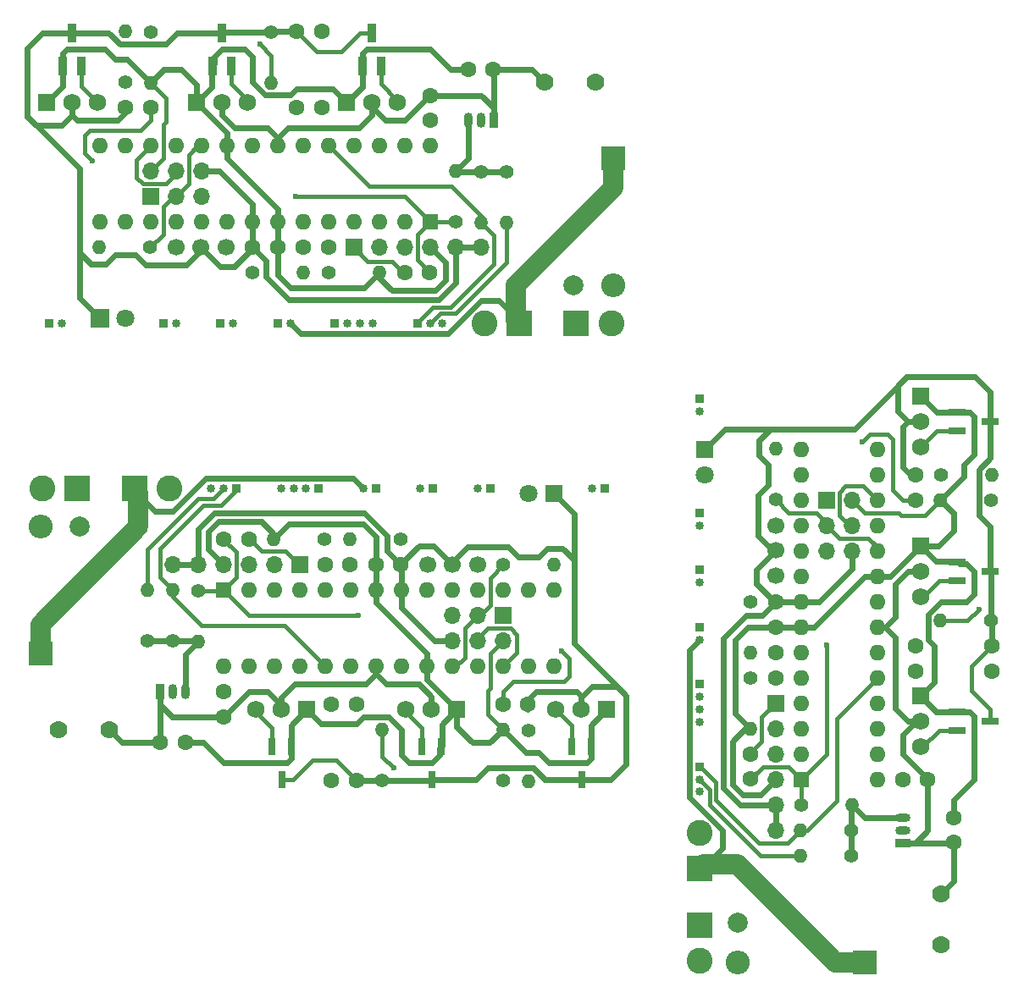
<source format=gtl>
%MOIN*%
%OFA0B0*%
%FSLAX46Y46*%
%IPPOS*%
%LPD*%
%AMREC2020*
4,1,3,
0.03444881889763779,0.0344488188976378,
-0.0344488188976378,0.03444881889763779,
-0.03444881889763779,-0.0344488188976378,
0.0344488188976378,-0.03444881889763779,
0*%
%AMREC2030*
4,1,3,
0.015748031496062988,0.035433070866141732,
-0.015748031496063,0.035433070866141732,
-0.015748031496062988,-0.035433070866141732,
0.015748031496063,-0.035433070866141732,
0*%
%AMREC2040*
4,1,3,
0.033464566929133854,0.033464566929133861,
-0.033464566929133861,0.033464566929133854,
-0.033464566929133854,-0.033464566929133861,
0.033464566929133861,-0.033464566929133854,
0*%
%AMREC2050*
4,1,3,
0.031496062992125984,0.031496062992125991,
-0.031496062992125991,0.031496062992125984,
-0.031496062992125984,-0.031496062992125991,
0.031496062992125991,-0.031496062992125984,
0*%
%AMREC2060*
4,1,3,
0.051181102362204724,0.051181102362204738,
-0.051181102362204738,0.051181102362204724,
-0.051181102362204724,-0.051181102362204738,
0.051181102362204738,-0.051181102362204724,
0*%
%AMREC2070*
4,1,3,
0.047244094488188969,0.047244094488188983,
-0.047244094488188983,0.047244094488188969,
-0.047244094488188969,-0.047244094488188983,
0.047244094488188983,-0.047244094488188969,
0*%
%AMREC2080*
4,1,3,
0.035433070866141732,0.035433070866141739,
-0.035433070866141739,0.035433070866141732,
-0.035433070866141732,-0.035433070866141739,
0.035433070866141739,-0.035433070866141732,
0*%
%AMREC2090*
4,1,3,
0.017716535433070862,0.029527559055118113,
-0.017716535433070873,0.029527559055118113,
-0.017716535433070862,-0.029527559055118113,
0.017716535433070873,-0.029527559055118113,
0*%
%AMREC2100*
4,1,3,
0.016732283464566927,0.016732283464566931,
-0.016732283464566931,0.016732283464566927,
-0.016732283464566927,-0.016732283464566931,
0.016732283464566931,-0.016732283464566927,
0*%
%ADD10C,0.0039370078740157488*%
%ADD11C,0.068897637795275593*%
%ADD12R,0.068897637795275593X0.068897637795275593*%
%ADD13R,0.031496062992125991X0.070866141732283464*%
%ADD14C,0.07874015748031496*%
%ADD15R,0.066929133858267723X0.066929133858267723*%
%ADD16O,0.066929133858267723X0.066929133858267723*%
%ADD17R,0.062992125984251982X0.062992125984251982*%
%ADD18O,0.062992125984251982X0.062992125984251982*%
%ADD19R,0.10236220472440946X0.10236220472440946*%
%ADD20C,0.10236220472440946*%
%ADD21C,0.066929133858267723*%
%ADD22R,0.094488188976377951X0.094488188976377951*%
%ADD23O,0.094488188976377951X0.094488188976377951*%
%ADD24C,0.07*%
%ADD25C,0.055118110236220472*%
%ADD26O,0.055118110236220472X0.055118110236220472*%
%ADD27C,0.062992125984251982*%
%ADD28R,0.070866141732283464X0.070866141732283464*%
%ADD29C,0.070866141732283464*%
%ADD30O,0.035433070866141732X0.059055118110236227*%
%ADD31R,0.035433070866141732X0.059055118110236227*%
%ADD32R,0.033464566929133861X0.033464566929133861*%
%ADD33C,0.033464566929133861*%
%ADD34C,0.023622047244094488*%
%ADD35C,0.016*%
%ADD36C,0.024000000000000004*%
%ADD37C,0.012000000000000002*%
%ADD38C,0.08*%
%ADD49C,0.0039370078740157488*%
%ADD50C,0.068897637795275593*%
%AMCOMP241*
4,1,3,
0.03444881889763779,0.0344488188976378,
-0.0344488188976378,0.03444881889763779,
-0.03444881889763779,-0.0344488188976378,
0.0344488188976378,-0.03444881889763779,
0*%
%ADD51COMP241*%
%AMCOMP242*
4,1,3,
0.015748031496062988,0.035433070866141732,
-0.015748031496063,0.035433070866141732,
-0.015748031496062988,-0.035433070866141732,
0.015748031496063,-0.035433070866141732,
0*%
%ADD52COMP242*%
%ADD53C,0.07874015748031496*%
%AMCOMP243*
4,1,3,
0.033464566929133854,0.033464566929133861,
-0.033464566929133861,0.033464566929133854,
-0.033464566929133854,-0.033464566929133861,
0.033464566929133861,-0.033464566929133854,
0*%
%ADD54COMP243*%
%ADD55O,0.066929133858267723X0.066929133858267723*%
%AMCOMP244*
4,1,3,
0.031496062992125984,0.031496062992125991,
-0.031496062992125991,0.031496062992125984,
-0.031496062992125984,-0.031496062992125991,
0.031496062992125991,-0.031496062992125984,
0*%
%ADD56COMP244*%
%ADD57O,0.062992125984251982X0.062992125984251982*%
%AMCOMP245*
4,1,3,
0.051181102362204724,0.051181102362204738,
-0.051181102362204738,0.051181102362204724,
-0.051181102362204724,-0.051181102362204738,
0.051181102362204738,-0.051181102362204724,
0*%
%ADD58COMP245*%
%ADD59C,0.10236220472440946*%
%ADD60C,0.066929133858267723*%
%AMCOMP246*
4,1,3,
0.047244094488188969,0.047244094488188983,
-0.047244094488188983,0.047244094488188969,
-0.047244094488188969,-0.047244094488188983,
0.047244094488188983,-0.047244094488188969,
0*%
%ADD61COMP246*%
%ADD62O,0.094488188976377951X0.094488188976377951*%
%ADD63C,0.07*%
%ADD64C,0.055118110236220472*%
%ADD65O,0.055118110236220472X0.055118110236220472*%
%ADD66C,0.062992125984251982*%
%AMCOMP247*
4,1,3,
0.035433070866141732,0.035433070866141739,
-0.035433070866141739,0.035433070866141732,
-0.035433070866141732,-0.035433070866141739,
0.035433070866141739,-0.035433070866141732,
0*%
%ADD67COMP247*%
%ADD68C,0.070866141732283464*%
%ADD69O,0.035433070866141732X0.059055118110236227*%
%AMCOMP248*
4,1,3,
0.017716535433070862,0.029527559055118113,
-0.017716535433070873,0.029527559055118113,
-0.017716535433070862,-0.029527559055118113,
0.017716535433070873,-0.029527559055118113,
0*%
%ADD70COMP248*%
%AMCOMP249*
4,1,3,
0.016732283464566927,0.016732283464566931,
-0.016732283464566931,0.016732283464566927,
-0.016732283464566927,-0.016732283464566931,
0.016732283464566931,-0.016732283464566927,
0*%
%ADD71COMP249*%
%ADD72C,0.033464566929133861*%
%ADD73C,0.023622047244094488*%
%ADD74C,0.016*%
%ADD75C,0.024000000000000004*%
%ADD76C,0.012000000000000002*%
%ADD77C,0.08*%
%ADD78C,0.0039370078740157488*%
%ADD79C,0.068897637795275593*%
%ADD80R,0.068897637795275593X0.068897637795275593*%
%ADD81R,0.070866141732283464X0.031496062992125991*%
%ADD82C,0.07874015748031496*%
%ADD83R,0.066929133858267723X0.066929133858267723*%
%ADD84O,0.066929133858267723X0.066929133858267723*%
%ADD85R,0.062992125984251982X0.062992125984251982*%
%ADD86O,0.062992125984251982X0.062992125984251982*%
%ADD87R,0.10236220472440946X0.10236220472440946*%
%ADD88C,0.10236220472440946*%
%ADD89C,0.066929133858267723*%
%ADD90R,0.094488188976377951X0.094488188976377951*%
%ADD91O,0.094488188976377951X0.094488188976377951*%
%ADD92C,0.07*%
%ADD93C,0.055118110236220472*%
%ADD94O,0.055118110236220472X0.055118110236220472*%
%ADD95C,0.062992125984251982*%
%ADD96R,0.070866141732283464X0.070866141732283464*%
%ADD97C,0.070866141732283464*%
%ADD98O,0.059055118110236227X0.035433070866141732*%
%ADD99R,0.059055118110236227X0.035433070866141732*%
%ADD100R,0.033464566929133861X0.033464566929133861*%
%ADD101C,0.033464566929133861*%
%ADD102C,0.023622047244094488*%
%ADD103C,0.016*%
%ADD104C,0.024000000000000004*%
%ADD105C,0.012000000000000002*%
%ADD106C,0.08*%
G01*
D10*
D11*
X-0001456692Y0005433070D02*
X0002122755Y0001087992D03*
X0002222755Y0001087992D03*
D12*
X0002322755Y0001087992D03*
D13*
X0002260708Y0000943031D03*
X0002185905Y0000943031D03*
X0002223307Y0000813110D03*
D14*
X0000477480Y0001808070D03*
X0000249133Y0001808070D03*
D15*
X0001113307Y0001658070D03*
D16*
X0001013307Y0001658070D03*
X0000913307Y0001658070D03*
X0000813307Y0001658070D03*
X0000713307Y0001658070D03*
X0000613307Y0001658070D03*
D17*
X0000813307Y0001558070D03*
D18*
X0002113307Y0001258070D03*
X0000913307Y0001558070D03*
X0002013307Y0001258070D03*
X0001013307Y0001558070D03*
X0001913307Y0001258070D03*
X0001113307Y0001558070D03*
X0001813307Y0001258070D03*
X0001213307Y0001558070D03*
X0001713307Y0001258070D03*
X0001313307Y0001558070D03*
X0001613307Y0001258070D03*
X0001413307Y0001558070D03*
X0001513307Y0001258070D03*
X0001513307Y0001558070D03*
X0001413307Y0001258070D03*
X0001613307Y0001558070D03*
X0001313307Y0001258070D03*
X0001713307Y0001558070D03*
X0001213307Y0001258070D03*
X0001813307Y0001558070D03*
X0001113307Y0001258070D03*
X0001913307Y0001558070D03*
X0001013307Y0001258070D03*
X0002013307Y0001558070D03*
X0000913307Y0001258070D03*
X0002113307Y0001558070D03*
X0000813307Y0001258070D03*
D19*
X0000463307Y0001958070D03*
D20*
X0000601102Y0001958070D03*
D19*
X0000238307Y0001958070D03*
D20*
X0000100511Y0001958070D03*
D21*
X0001813307Y0001658070D03*
X0001714881Y0001658070D03*
X0001616456Y0001658070D03*
D22*
X0000093307Y0001308070D03*
D23*
X0000093307Y0001808070D03*
D24*
X0000363307Y0001008070D03*
X0000163307Y0001008070D03*
D25*
X0001211732Y0001758070D03*
D26*
X0001011732Y0001758070D03*
D25*
X0001511732Y0001758070D03*
D26*
X0001311732Y0001758070D03*
D27*
X0000813307Y0001158070D03*
X0000813307Y0001059645D03*
X0000663307Y0000958070D03*
X0000564881Y0000958070D03*
X0001213307Y0001658070D03*
X0001311732Y0001658070D03*
D28*
X0002113307Y0001938070D03*
D29*
X0002013307Y0001938070D03*
D30*
X0000613307Y0001158070D03*
X0000663307Y0001158070D03*
D31*
X0000563307Y0001158070D03*
D27*
X0001413307Y0001658070D03*
X0001511732Y0001658070D03*
X0000913307Y0001758070D03*
X0000814881Y0001758070D03*
D25*
X0000713307Y0001556496D03*
D26*
X0000713307Y0001356496D03*
D27*
X0001913307Y0001108070D03*
X0002011732Y0001108070D03*
D25*
X0002013307Y0001006496D03*
D26*
X0002013307Y0000806496D03*
D25*
X0001913307Y0000809645D03*
D26*
X0001913307Y0001009645D03*
D11*
X0001532204Y0001087992D03*
X0001632204Y0001087992D03*
D12*
X0001732204Y0001087992D03*
D11*
X0000941653Y0001087992D03*
X0001041653Y0001087992D03*
D12*
X0001141653Y0001087992D03*
D25*
X0000613307Y0001359645D03*
D26*
X0000613307Y0001559645D03*
D25*
X0000513307Y0001359645D03*
D26*
X0000513307Y0001559645D03*
D25*
X0001914881Y0001658070D03*
D26*
X0002114881Y0001658070D03*
D27*
X0001238307Y0001108070D03*
X0001238307Y0000808070D03*
X0001338307Y0001108070D03*
X0001338307Y0000808070D03*
D25*
X0001438307Y0000809645D03*
D26*
X0001438307Y0001009645D03*
D15*
X0001913307Y0001458070D03*
D16*
X0001913307Y0001358070D03*
X0001813307Y0001458070D03*
X0001813307Y0001358070D03*
X0001713307Y0001458070D03*
X0001713307Y0001358070D03*
D32*
X0001413307Y0001958070D03*
D33*
X0001364094Y0001958070D03*
D32*
X0001188307Y0001958070D03*
D33*
X0001139094Y0001958070D03*
X0001089881Y0001958070D03*
X0001040669Y0001958070D03*
D32*
X0002313307Y0001958070D03*
D33*
X0002264094Y0001958070D03*
D32*
X0001863307Y0001958070D03*
D33*
X0001814094Y0001958070D03*
D32*
X0001638307Y0001958070D03*
D33*
X0001589094Y0001958070D03*
D32*
X0000863307Y0001958070D03*
D33*
X0000814094Y0001958070D03*
X0000764881Y0001958070D03*
D13*
X0001670708Y0000943031D03*
X0001595905Y0000943031D03*
X0001633307Y0000813110D03*
X0001080708Y0000943031D03*
X0001005905Y0000943031D03*
X0001043307Y0000813110D03*
D34*
X0001343307Y0001458070D03*
X0002143307Y0001318070D03*
X0001483307Y0000858070D03*
D35*
X0000913307Y0001458070D02*
X0000813307Y0001558070D01*
X0001013307Y0001458070D02*
X0000913307Y0001458070D01*
X0001343307Y0001458070D02*
X0001013307Y0001458070D01*
X0000713307Y0001556496D02*
X0000811732Y0001556496D01*
X0000811732Y0001556496D02*
X0000813307Y0001558070D01*
X0000814881Y0001758070D02*
X0000814881Y0001756496D01*
X0000814881Y0001756496D02*
X0000863307Y0001708070D01*
X0000863307Y0001708070D02*
X0000863307Y0001608070D01*
X0000863307Y0001608070D02*
X0000813307Y0001558070D01*
D36*
X0000564881Y0000958070D02*
X0000413307Y0000958070D01*
X0000413307Y0000958070D02*
X0000363307Y0001008070D01*
X0002193307Y0001678070D02*
X0002193307Y0001858070D01*
X0002193307Y0001858070D02*
X0002113307Y0001938070D01*
X0002223307Y0000813110D02*
X0002338346Y0000813110D01*
X0002338346Y0000813110D02*
X0002398307Y0000873070D01*
X0001633307Y0000813110D02*
X0001808346Y0000813110D01*
X0002078267Y0000813110D02*
X0002223307Y0000813110D01*
X0002033307Y0000858070D02*
X0002078267Y0000813110D01*
X0001853307Y0000858070D02*
X0002033307Y0000858070D01*
X0001808346Y0000813110D02*
X0001853307Y0000858070D01*
X0001438307Y0000809645D02*
X0001629842Y0000809645D01*
X0001629842Y0000809645D02*
X0001633307Y0000813110D01*
D35*
X0001043307Y0000813110D02*
X0001088346Y0000813110D01*
X0001258307Y0000888070D02*
X0001338307Y0000808070D01*
X0001163307Y0000888070D02*
X0001258307Y0000888070D01*
X0001088346Y0000813110D02*
X0001163307Y0000888070D01*
D37*
X0002222755Y0000813661D02*
X0002223307Y0000813110D01*
D36*
X0002193307Y0001678070D02*
X0002193307Y0001348070D01*
X0001714881Y0001669645D02*
X0001773307Y0001728070D01*
X0001773307Y0001728070D02*
X0001933307Y0001728070D01*
X0001933307Y0001728070D02*
X0001973307Y0001688070D01*
X0001973307Y0001688070D02*
X0002053307Y0001688070D01*
X0002053307Y0001688070D02*
X0002088307Y0001723070D01*
X0002088307Y0001723070D02*
X0002148307Y0001723070D01*
X0002148307Y0001723070D02*
X0002193307Y0001678070D01*
X0002193307Y0001348070D02*
X0002363307Y0001178070D01*
X0002011732Y0001108070D02*
X0002011732Y0001126496D01*
X0002011732Y0001126496D02*
X0002043307Y0001158070D01*
X0002203307Y0001158070D02*
X0002223307Y0001138070D01*
X0002043307Y0001158070D02*
X0002203307Y0001158070D01*
X0002398307Y0000928070D02*
X0002398307Y0000873070D01*
X0002398307Y0001063070D02*
X0002398307Y0001143070D01*
X0002398307Y0000928070D02*
X0002398307Y0001063070D01*
X0002398307Y0001143070D02*
X0002363307Y0001178070D01*
X0002363307Y0001178070D02*
X0002263307Y0001178070D01*
X0002263307Y0001178070D02*
X0002223307Y0001138070D01*
X0002223307Y0001138070D02*
X0002222755Y0001137519D01*
X0002222755Y0001087992D02*
X0002222755Y0001137519D01*
X0000813307Y0001059645D02*
X0000814881Y0001059645D01*
X0000814881Y0001059645D02*
X0000913307Y0001158070D01*
X0000988307Y0001158070D02*
X0001041653Y0001104724D01*
X0000913307Y0001158070D02*
X0000988307Y0001158070D01*
X0001041653Y0001104724D02*
X0001041653Y0001087992D01*
X0002011732Y0001108070D02*
X0002011732Y0001089645D01*
X0001413307Y0001258070D02*
X0001413307Y0001228070D01*
X0001413307Y0001228070D02*
X0001453307Y0001188070D01*
X0001632204Y0001139173D02*
X0001632204Y0001087992D01*
X0001583307Y0001188070D02*
X0001632204Y0001139173D01*
X0001453307Y0001188070D02*
X0001583307Y0001188070D01*
X0001041653Y0001087992D02*
X0001041653Y0001136417D01*
X0001041653Y0001136417D02*
X0001093307Y0001188070D01*
X0001093307Y0001188070D02*
X0001373307Y0001188070D01*
X0001373307Y0001188070D02*
X0001413307Y0001228070D01*
X0000813307Y0001059645D02*
X0000813307Y0001058070D01*
X0000563307Y0001158070D02*
X0000563307Y0001108070D01*
X0000611732Y0001059645D02*
X0000813307Y0001059645D01*
X0000563307Y0001108070D02*
X0000611732Y0001059645D01*
X0000563307Y0001158070D02*
X0000563307Y0000959645D01*
X0000563307Y0000959645D02*
X0000564881Y0000958070D01*
X0001338307Y0000808070D02*
X0001436732Y0000808070D01*
X0001436732Y0000808070D02*
X0001438307Y0000809645D01*
X0001714881Y0001658070D02*
X0001714881Y0001669645D01*
X0000613307Y0001658070D02*
X0000713307Y0001658070D01*
X0001513307Y0001558070D02*
X0001513307Y0001488070D01*
X0001513307Y0001488070D02*
X0001643307Y0001358070D01*
X0001643307Y0001358070D02*
X0001713307Y0001358070D01*
X0000713307Y0001658070D02*
X0000713307Y0001798070D01*
X0000713307Y0001798070D02*
X0000778307Y0001863070D01*
X0000778307Y0001863070D02*
X0001368307Y0001863070D01*
X0001368307Y0001863070D02*
X0001458307Y0001773070D01*
X0001458307Y0001773070D02*
X0001458307Y0001711496D01*
X0001458307Y0001711496D02*
X0001511732Y0001658070D01*
X0001438307Y0000809645D02*
X0001446732Y0000809645D01*
X0001511732Y0001658070D02*
X0001511732Y0001661496D01*
X0001511732Y0001661496D02*
X0001583307Y0001733070D01*
X0001639881Y0001733070D02*
X0001714881Y0001658070D01*
X0001583307Y0001733070D02*
X0001639881Y0001733070D01*
X0001513307Y0001558070D02*
X0001513307Y0001656496D01*
X0001513307Y0001656496D02*
X0001511732Y0001658070D01*
D35*
X0001913307Y0001108070D02*
X0001913307Y0001158070D01*
X0002173307Y0001288070D02*
X0002143307Y0001318070D01*
X0002173307Y0001218070D02*
X0002173307Y0001288070D01*
X0002153307Y0001198070D02*
X0002173307Y0001218070D01*
X0001953307Y0001198070D02*
X0002153307Y0001198070D01*
X0001913307Y0001158070D02*
X0001953307Y0001198070D01*
X0000613307Y0001559645D02*
X0000613307Y0001533070D01*
X0000613307Y0001533070D02*
X0000728307Y0001418070D01*
X0001053307Y0001418070D02*
X0001213307Y0001258070D01*
X0000728307Y0001418070D02*
X0001053307Y0001418070D01*
X0000863307Y0001958070D02*
X0000863307Y0001953070D01*
X0000863307Y0001953070D02*
X0000803307Y0001893070D01*
X0000803307Y0001893070D02*
X0000733307Y0001893070D01*
X0000733307Y0001893070D02*
X0000563307Y0001723070D01*
X0000563307Y0001723070D02*
X0000563307Y0001609645D01*
X0000563307Y0001609645D02*
X0000613307Y0001559645D01*
X0001483307Y0000858070D02*
X0001438307Y0000903070D01*
X0001438307Y0001009645D02*
X0001438307Y0000903070D01*
X0001813307Y0001458070D02*
X0001823307Y0001458070D01*
X0001823307Y0001458070D02*
X0001863307Y0001498070D01*
X0001863307Y0001606496D02*
X0001914881Y0001658070D01*
X0001863307Y0001498070D02*
X0001863307Y0001606496D01*
X0001713307Y0001258070D02*
X0001728307Y0001258070D01*
X0001728307Y0001258070D02*
X0001763307Y0001293070D01*
X0001763307Y0001293070D02*
X0001763307Y0001408070D01*
X0001763307Y0001408070D02*
X0001813307Y0001458070D01*
X0000941653Y0001087992D02*
X0000941653Y0001079724D01*
X0000941653Y0001079724D02*
X0001005905Y0001015472D01*
X0001005905Y0001015472D02*
X0001005905Y0000943031D01*
D36*
X0002243307Y0000878070D02*
X0002093307Y0000878070D01*
X0002243307Y0000878070D02*
X0002260708Y0000895472D01*
X0002260708Y0000943031D02*
X0002260708Y0000895472D01*
X0002004881Y0000918070D02*
X0001913307Y0001009645D01*
X0002053307Y0000918070D02*
X0002004881Y0000918070D01*
X0002093307Y0000878070D02*
X0002053307Y0000918070D01*
X0002260708Y0000943031D02*
X0002260708Y0001025944D01*
X0002260708Y0001025944D02*
X0002322755Y0001087992D01*
X0001513307Y0001008070D02*
X0001513307Y0000908070D01*
X0001141653Y0001087992D02*
X0001196574Y0001033070D01*
X0001338307Y0001033070D02*
X0001196574Y0001033070D01*
X0001363307Y0001058070D02*
X0001338307Y0001033070D01*
X0001463307Y0001058070D02*
X0001363307Y0001058070D01*
X0001513307Y0001008070D02*
X0001463307Y0001058070D01*
X0001633307Y0000878070D02*
X0001663307Y0000908070D01*
X0001543307Y0000878070D02*
X0001633307Y0000878070D01*
X0001513307Y0000908070D02*
X0001543307Y0000878070D01*
X0001663307Y0000908070D02*
X0001663307Y0000935629D01*
X0001663307Y0000935629D02*
X0001673307Y0000945629D01*
X0001673307Y0000945629D02*
X0001673307Y0001029094D01*
X0001673307Y0001029094D02*
X0001732204Y0001087992D01*
X0001080708Y0000943031D02*
X0001080708Y0001027047D01*
X0001080708Y0001027047D02*
X0001141653Y0001087992D01*
X0000663307Y0000958070D02*
X0000733307Y0000958070D01*
X0001080708Y0000895472D02*
X0001080708Y0000943031D01*
X0001063307Y0000878070D02*
X0001080708Y0000895472D01*
X0000813307Y0000878070D02*
X0001063307Y0000878070D01*
X0000733307Y0000958070D02*
X0000813307Y0000878070D01*
D37*
X0002322755Y0001087992D02*
X0002322755Y0001077519D01*
D36*
X0001913307Y0001009645D02*
X0001913307Y0001008070D01*
X0001913307Y0001009645D02*
X0001913307Y0000998070D01*
X0001732204Y0001038070D02*
X0001732204Y0001019173D01*
X0001732204Y0001038070D02*
X0001732204Y0001087992D01*
X0001732204Y0001019173D02*
X0001793307Y0000958070D01*
X0001793307Y0000958070D02*
X0001861732Y0000958070D01*
X0001861732Y0000958070D02*
X0001913307Y0001009645D01*
X0001613307Y0001258070D02*
X0001613307Y0001206889D01*
X0001613307Y0001206889D02*
X0001732204Y0001087992D01*
X0000663307Y0001158070D02*
X0000663307Y0001306496D01*
X0000663307Y0001306496D02*
X0000713307Y0001356496D01*
D35*
X0001863307Y0001308070D02*
X0001863307Y0001173070D01*
X0001913307Y0001358070D02*
X0001863307Y0001308070D01*
X0001853307Y0001069645D02*
X0001913307Y0001009645D01*
X0001853307Y0001163070D02*
X0001853307Y0001069645D01*
X0001863307Y0001173070D02*
X0001853307Y0001163070D01*
D36*
X0000613307Y0001359645D02*
X0000710157Y0001359645D01*
X0000710157Y0001359645D02*
X0000713307Y0001356496D01*
X0001011732Y0001758070D02*
X0001011732Y0001779645D01*
X0001011732Y0001779645D02*
X0000963307Y0001828070D01*
X0000753307Y0001718070D02*
X0000813307Y0001658070D01*
X0000753307Y0001788070D02*
X0000753307Y0001718070D01*
X0000793307Y0001828070D02*
X0000753307Y0001788070D01*
X0000963307Y0001828070D02*
X0000793307Y0001828070D01*
X0001413307Y0001658070D02*
X0001413307Y0001768070D01*
X0001071732Y0001818070D02*
X0001011732Y0001758070D01*
X0001363307Y0001818070D02*
X0001071732Y0001818070D01*
X0001413307Y0001768070D02*
X0001363307Y0001818070D01*
X0001413307Y0001558070D02*
X0001413307Y0001508070D01*
X0001613307Y0001308070D02*
X0001613307Y0001258070D01*
X0001413307Y0001508070D02*
X0001613307Y0001308070D01*
X0001413307Y0001658070D02*
X0001413307Y0001558070D01*
X0000513307Y0001359645D02*
X0000613307Y0001359645D01*
D35*
X0001532204Y0001087992D02*
X0001532204Y0001079173D01*
X0001532204Y0001079173D02*
X0001595905Y0001015472D01*
X0001595905Y0001015472D02*
X0001595905Y0000943031D01*
X0001813307Y0001358070D02*
X0001813307Y0001368070D01*
X0001813307Y0001368070D02*
X0001853307Y0001408070D01*
X0001853307Y0001408070D02*
X0001943307Y0001408070D01*
X0001943307Y0001408070D02*
X0001968307Y0001383070D01*
X0001968307Y0001383070D02*
X0001968307Y0001313070D01*
X0001968307Y0001313070D02*
X0001913307Y0001258070D01*
X0002185905Y0000943031D02*
X0002185905Y0001024842D01*
X0002185905Y0001024842D02*
X0002122755Y0001087992D01*
D37*
X0002122755Y0001087992D02*
X0002122755Y0001078622D01*
D35*
X0000913307Y0001758070D02*
X0000918307Y0001758070D01*
X0000918307Y0001758070D02*
X0000963307Y0001713070D01*
X0000963307Y0001713070D02*
X0001058307Y0001713070D01*
X0001058307Y0001713070D02*
X0001113307Y0001658070D01*
X0000513307Y0001559645D02*
X0000513307Y0001718070D01*
X0000774094Y0001918070D02*
X0000814094Y0001958070D01*
X0000713307Y0001918070D02*
X0000774094Y0001918070D01*
X0000513307Y0001718070D02*
X0000713307Y0001918070D01*
D36*
X0000463307Y0001958070D02*
X0000463307Y0001948070D01*
X0000463307Y0001948070D02*
X0000543307Y0001868070D01*
X0001324094Y0001998070D02*
X0001364094Y0001958070D01*
X0000743307Y0001998070D02*
X0001324094Y0001998070D01*
X0000613307Y0001868070D02*
X0000743307Y0001998070D01*
X0000543307Y0001868070D02*
X0000613307Y0001868070D01*
D35*
X0001238307Y0000808070D02*
X0001233307Y0000808070D01*
D36*
X0000463307Y0001958070D02*
X0000463307Y0001968070D01*
D38*
X0000477480Y0001808070D02*
X0000477480Y0001943897D01*
X0000477480Y0001943897D02*
X0000463307Y0001958070D01*
X0000093307Y0001308070D02*
X0000093307Y0001423897D01*
X0000093307Y0001423897D02*
X0000477480Y0001808070D01*
G04 next file*
G04 #@! TF.FileFunction,Copper,L1,Top,Signal*
G04 Gerber Fmt 4.6, Leading zero omitted, Abs format (unit mm)*
G04 Created by KiCad (PCBNEW 4.0.6) date 06/26/19 16:14:44*
G01*
G04 APERTURE LIST*
G04 APERTURE END LIST*
D49*
D50*
X0003897637Y-0000866141D02*
X0000318188Y0003478936D03*
X0000218188Y0003478936D03*
D51*
X0000118188Y0003478936D03*
D52*
X0000180236Y0003623897D03*
X0000255039Y0003623897D03*
X0000217637Y0003753818D03*
D53*
X0001963464Y0002758858D03*
X0002191810Y0002758858D03*
D54*
X0001327637Y0002908858D03*
D55*
X0001427637Y0002908858D03*
X0001527637Y0002908858D03*
X0001627637Y0002908858D03*
X0001727637Y0002908858D03*
X0001827637Y0002908858D03*
D56*
X0001627637Y0003008858D03*
D57*
X0000327637Y0003308858D03*
X0001527637Y0003008858D03*
X0000427637Y0003308858D03*
X0001427637Y0003008858D03*
X0000527637Y0003308858D03*
X0001327637Y0003008858D03*
X0000627637Y0003308858D03*
X0001227637Y0003008858D03*
X0000727637Y0003308858D03*
X0001127637Y0003008858D03*
X0000827637Y0003308858D03*
X0001027637Y0003008858D03*
X0000927637Y0003308858D03*
X0000927637Y0003008858D03*
X0001027637Y0003308858D03*
X0000827637Y0003008858D03*
X0001127637Y0003308858D03*
X0000727637Y0003008858D03*
X0001227637Y0003308858D03*
X0000627637Y0003008858D03*
X0001327637Y0003308858D03*
X0000527637Y0003008858D03*
X0001427637Y0003308858D03*
X0000427637Y0003008858D03*
X0001527637Y0003308858D03*
X0000327637Y0003008858D03*
X0001627637Y0003308858D03*
D58*
X0001977637Y0002608858D03*
D59*
X0001839842Y0002608858D03*
D58*
X0002202637Y0002608858D03*
D59*
X0002340433Y0002608858D03*
D60*
X0000627637Y0002908858D03*
X0000726062Y0002908858D03*
X0000824488Y0002908858D03*
D61*
X0002347637Y0003258858D03*
D62*
X0002347637Y0002758858D03*
D63*
X0002077637Y0003558858D03*
X0002277637Y0003558858D03*
D64*
X0001229212Y0002808858D03*
D65*
X0001429212Y0002808858D03*
D64*
X0000929212Y0002808858D03*
D65*
X0001129212Y0002808858D03*
D66*
X0001627637Y0003408858D03*
X0001627637Y0003507283D03*
X0001777637Y0003608858D03*
X0001876062Y0003608858D03*
X0001227637Y0002908858D03*
X0001129212Y0002908858D03*
D67*
X0000327637Y0002628858D03*
D68*
X0000427637Y0002628858D03*
D69*
X0001827637Y0003408858D03*
X0001777637Y0003408858D03*
D70*
X0001877637Y0003408858D03*
D66*
X0001027637Y0002908858D03*
X0000929212Y0002908858D03*
X0001527637Y0002808858D03*
X0001626062Y0002808858D03*
D64*
X0001727637Y0003010433D03*
D65*
X0001727637Y0003210433D03*
D66*
X0000527637Y0003458858D03*
X0000429212Y0003458858D03*
D64*
X0000427637Y0003560433D03*
D65*
X0000427637Y0003760433D03*
D64*
X0000527637Y0003757283D03*
D65*
X0000527637Y0003557283D03*
D50*
X0000908740Y0003478936D03*
X0000808740Y0003478936D03*
D51*
X0000708740Y0003478936D03*
D50*
X0001499291Y0003478936D03*
X0001399291Y0003478936D03*
D51*
X0001299291Y0003478936D03*
D64*
X0001827637Y0003207283D03*
D65*
X0001827637Y0003007283D03*
D64*
X0001927637Y0003207283D03*
D65*
X0001927637Y0003007283D03*
D64*
X0000526062Y0002908858D03*
D65*
X0000326062Y0002908858D03*
D66*
X0001202637Y0003458858D03*
X0001202637Y0003758858D03*
X0001102637Y0003458858D03*
X0001102637Y0003758858D03*
D64*
X0001002637Y0003757283D03*
D65*
X0001002637Y0003557283D03*
D54*
X0000527637Y0003108858D03*
D55*
X0000527637Y0003208858D03*
X0000627637Y0003108858D03*
X0000627637Y0003208858D03*
X0000727637Y0003108858D03*
X0000727637Y0003208858D03*
D71*
X0001027637Y0002608858D03*
D72*
X0001076850Y0002608858D03*
D71*
X0001252637Y0002608858D03*
D72*
X0001301850Y0002608858D03*
X0001351062Y0002608858D03*
X0001400275Y0002608858D03*
D71*
X0000127637Y0002608858D03*
D72*
X0000176850Y0002608858D03*
D71*
X0000577637Y0002608858D03*
D72*
X0000626850Y0002608858D03*
D71*
X0000802637Y0002608858D03*
D72*
X0000851850Y0002608858D03*
D71*
X0001577637Y0002608858D03*
D72*
X0001626850Y0002608858D03*
X0001676062Y0002608858D03*
D52*
X0000770236Y0003623897D03*
X0000845039Y0003623897D03*
X0000807637Y0003753818D03*
X0001360236Y0003623897D03*
X0001435039Y0003623897D03*
X0001397637Y0003753818D03*
D73*
X0001097637Y0003108858D03*
X0000297637Y0003248858D03*
X0000957637Y0003708858D03*
D74*
X0001527637Y0003108858D02*
X0001627637Y0003008858D01*
X0001427637Y0003108858D02*
X0001527637Y0003108858D01*
X0001097637Y0003108858D02*
X0001427637Y0003108858D01*
X0001727637Y0003010433D02*
X0001629212Y0003010433D01*
X0001629212Y0003010433D02*
X0001627637Y0003008858D01*
X0001626062Y0002808858D02*
X0001626062Y0002810433D01*
X0001626062Y0002810433D02*
X0001577637Y0002858858D01*
X0001577637Y0002858858D02*
X0001577637Y0002958858D01*
X0001577637Y0002958858D02*
X0001627637Y0003008858D01*
D75*
X0001876062Y0003608858D02*
X0002027637Y0003608858D01*
X0002027637Y0003608858D02*
X0002077637Y0003558858D01*
X0000247637Y0002888858D02*
X0000247637Y0002708858D01*
X0000247637Y0002708858D02*
X0000327637Y0002628858D01*
X0000217637Y0003753818D02*
X0000102598Y0003753818D01*
X0000102598Y0003753818D02*
X0000042637Y0003693858D01*
X0000807637Y0003753818D02*
X0000632598Y0003753818D01*
X0000362677Y0003753818D02*
X0000217637Y0003753818D01*
X0000407637Y0003708858D02*
X0000362677Y0003753818D01*
X0000587637Y0003708858D02*
X0000407637Y0003708858D01*
X0000632598Y0003753818D02*
X0000587637Y0003708858D01*
X0001002637Y0003757283D02*
X0000811102Y0003757283D01*
X0000811102Y0003757283D02*
X0000807637Y0003753818D01*
D74*
X0001397637Y0003753818D02*
X0001352598Y0003753818D01*
X0001182637Y0003678858D02*
X0001102637Y0003758858D01*
X0001277637Y0003678858D02*
X0001182637Y0003678858D01*
X0001352598Y0003753818D02*
X0001277637Y0003678858D01*
D76*
X0000218188Y0003753267D02*
X0000217637Y0003753818D01*
D75*
X0000247637Y0002888858D02*
X0000247637Y0003218858D01*
X0000726062Y0002897283D02*
X0000667637Y0002838858D01*
X0000667637Y0002838858D02*
X0000507637Y0002838858D01*
X0000507637Y0002838858D02*
X0000467637Y0002878858D01*
X0000467637Y0002878858D02*
X0000387637Y0002878858D01*
X0000387637Y0002878858D02*
X0000352637Y0002843858D01*
X0000352637Y0002843858D02*
X0000292637Y0002843858D01*
X0000292637Y0002843858D02*
X0000247637Y0002888858D01*
X0000247637Y0003218858D02*
X0000077637Y0003388858D01*
X0000429212Y0003458858D02*
X0000429212Y0003440433D01*
X0000429212Y0003440433D02*
X0000397637Y0003408858D01*
X0000237637Y0003408858D02*
X0000217637Y0003428858D01*
X0000397637Y0003408858D02*
X0000237637Y0003408858D01*
X0000042637Y0003638858D02*
X0000042637Y0003693858D01*
X0000042637Y0003503858D02*
X0000042637Y0003423858D01*
X0000042637Y0003638858D02*
X0000042637Y0003503858D01*
X0000042637Y0003423858D02*
X0000077637Y0003388858D01*
X0000077637Y0003388858D02*
X0000177637Y0003388858D01*
X0000177637Y0003388858D02*
X0000217637Y0003428858D01*
X0000217637Y0003428858D02*
X0000218188Y0003429409D01*
X0000218188Y0003478936D02*
X0000218188Y0003429409D01*
X0001627637Y0003507283D02*
X0001626062Y0003507283D01*
X0001626062Y0003507283D02*
X0001527637Y0003408858D01*
X0001452637Y0003408858D02*
X0001399291Y0003462204D01*
X0001527637Y0003408858D02*
X0001452637Y0003408858D01*
X0001399291Y0003462204D02*
X0001399291Y0003478936D01*
X0000429212Y0003458858D02*
X0000429212Y0003477283D01*
X0001027637Y0003308858D02*
X0001027637Y0003338858D01*
X0001027637Y0003338858D02*
X0000987637Y0003378858D01*
X0000808740Y0003427755D02*
X0000808740Y0003478936D01*
X0000857637Y0003378858D02*
X0000808740Y0003427755D01*
X0000987637Y0003378858D02*
X0000857637Y0003378858D01*
X0001399291Y0003478936D02*
X0001399291Y0003430511D01*
X0001399291Y0003430511D02*
X0001347637Y0003378858D01*
X0001347637Y0003378858D02*
X0001067637Y0003378858D01*
X0001067637Y0003378858D02*
X0001027637Y0003338858D01*
X0001627637Y0003507283D02*
X0001627637Y0003508858D01*
X0001877637Y0003408858D02*
X0001877637Y0003458858D01*
X0001829212Y0003507283D02*
X0001627637Y0003507283D01*
X0001877637Y0003458858D02*
X0001829212Y0003507283D01*
X0001877637Y0003408858D02*
X0001877637Y0003607283D01*
X0001877637Y0003607283D02*
X0001876062Y0003608858D01*
X0001102637Y0003758858D02*
X0001004212Y0003758858D01*
X0001004212Y0003758858D02*
X0001002637Y0003757283D01*
X0000726062Y0002908858D02*
X0000726062Y0002897283D01*
X0001827637Y0002908858D02*
X0001727637Y0002908858D01*
X0000927637Y0003008858D02*
X0000927637Y0003078858D01*
X0000927637Y0003078858D02*
X0000797637Y0003208858D01*
X0000797637Y0003208858D02*
X0000727637Y0003208858D01*
X0001727637Y0002908858D02*
X0001727637Y0002768858D01*
X0001727637Y0002768858D02*
X0001662637Y0002703858D01*
X0001662637Y0002703858D02*
X0001072637Y0002703858D01*
X0001072637Y0002703858D02*
X0000982637Y0002793858D01*
X0000982637Y0002793858D02*
X0000982637Y0002855433D01*
X0000982637Y0002855433D02*
X0000929212Y0002908858D01*
X0001002637Y0003757283D02*
X0000994212Y0003757283D01*
X0000929212Y0002908858D02*
X0000929212Y0002905433D01*
X0000929212Y0002905433D02*
X0000857637Y0002833858D01*
X0000801062Y0002833858D02*
X0000726062Y0002908858D01*
X0000857637Y0002833858D02*
X0000801062Y0002833858D01*
X0000927637Y0003008858D02*
X0000927637Y0002910433D01*
X0000927637Y0002910433D02*
X0000929212Y0002908858D01*
D74*
X0000527637Y0003458858D02*
X0000527637Y0003408858D01*
X0000267637Y0003278858D02*
X0000297637Y0003248858D01*
X0000267637Y0003348858D02*
X0000267637Y0003278858D01*
X0000287637Y0003368858D02*
X0000267637Y0003348858D01*
X0000487637Y0003368858D02*
X0000287637Y0003368858D01*
X0000527637Y0003408858D02*
X0000487637Y0003368858D01*
X0001827637Y0003007283D02*
X0001827637Y0003033858D01*
X0001827637Y0003033858D02*
X0001712637Y0003148858D01*
X0001387637Y0003148858D02*
X0001227637Y0003308858D01*
X0001712637Y0003148858D02*
X0001387637Y0003148858D01*
X0001577637Y0002608858D02*
X0001577637Y0002613858D01*
X0001577637Y0002613858D02*
X0001637637Y0002673858D01*
X0001637637Y0002673858D02*
X0001707637Y0002673858D01*
X0001707637Y0002673858D02*
X0001877637Y0002843858D01*
X0001877637Y0002843858D02*
X0001877637Y0002957283D01*
X0001877637Y0002957283D02*
X0001827637Y0003007283D01*
X0000957637Y0003708858D02*
X0001002637Y0003663858D01*
X0001002637Y0003557283D02*
X0001002637Y0003663858D01*
X0000627637Y0003108858D02*
X0000617637Y0003108858D01*
X0000617637Y0003108858D02*
X0000577637Y0003068858D01*
X0000577637Y0002960433D02*
X0000526062Y0002908858D01*
X0000577637Y0003068858D02*
X0000577637Y0002960433D01*
X0000727637Y0003308858D02*
X0000712637Y0003308858D01*
X0000712637Y0003308858D02*
X0000677637Y0003273858D01*
X0000677637Y0003273858D02*
X0000677637Y0003158858D01*
X0000677637Y0003158858D02*
X0000627637Y0003108858D01*
X0001499291Y0003478936D02*
X0001499291Y0003487204D01*
X0001499291Y0003487204D02*
X0001435039Y0003551456D01*
X0001435039Y0003551456D02*
X0001435039Y0003623897D01*
D75*
X0000197637Y0003688858D02*
X0000347637Y0003688858D01*
X0000197637Y0003688858D02*
X0000180236Y0003671456D01*
X0000180236Y0003623897D02*
X0000180236Y0003671456D01*
X0000436062Y0003648858D02*
X0000527637Y0003557283D01*
X0000387637Y0003648858D02*
X0000436062Y0003648858D01*
X0000347637Y0003688858D02*
X0000387637Y0003648858D01*
X0000180236Y0003623897D02*
X0000180236Y0003540984D01*
X0000180236Y0003540984D02*
X0000118188Y0003478936D01*
X0000927637Y0003558858D02*
X0000927637Y0003658858D01*
X0001299291Y0003478936D02*
X0001244370Y0003533858D01*
X0001102637Y0003533858D02*
X0001244370Y0003533858D01*
X0001077637Y0003508858D02*
X0001102637Y0003533858D01*
X0000977637Y0003508858D02*
X0001077637Y0003508858D01*
X0000927637Y0003558858D02*
X0000977637Y0003508858D01*
X0000807637Y0003688858D02*
X0000777637Y0003658858D01*
X0000897637Y0003688858D02*
X0000807637Y0003688858D01*
X0000927637Y0003658858D02*
X0000897637Y0003688858D01*
X0000777637Y0003658858D02*
X0000777637Y0003631299D01*
X0000777637Y0003631299D02*
X0000767637Y0003621299D01*
X0000767637Y0003621299D02*
X0000767637Y0003537834D01*
X0000767637Y0003537834D02*
X0000708740Y0003478936D01*
X0001360236Y0003623897D02*
X0001360236Y0003539881D01*
X0001360236Y0003539881D02*
X0001299291Y0003478936D01*
X0001777637Y0003608858D02*
X0001707637Y0003608858D01*
X0001360236Y0003671456D02*
X0001360236Y0003623897D01*
X0001377637Y0003688858D02*
X0001360236Y0003671456D01*
X0001627637Y0003688858D02*
X0001377637Y0003688858D01*
X0001707637Y0003608858D02*
X0001627637Y0003688858D01*
D76*
X0000118188Y0003478936D02*
X0000118188Y0003489409D01*
D75*
X0000527637Y0003557283D02*
X0000527637Y0003558858D01*
X0000527637Y0003557283D02*
X0000527637Y0003568858D01*
X0000708740Y0003528858D02*
X0000708740Y0003547755D01*
X0000708740Y0003528858D02*
X0000708740Y0003478936D01*
X0000708740Y0003547755D02*
X0000647637Y0003608858D01*
X0000647637Y0003608858D02*
X0000579212Y0003608858D01*
X0000579212Y0003608858D02*
X0000527637Y0003557283D01*
X0000827637Y0003308858D02*
X0000827637Y0003360039D01*
X0000827637Y0003360039D02*
X0000708740Y0003478936D01*
X0001777637Y0003408858D02*
X0001777637Y0003260433D01*
X0001777637Y0003260433D02*
X0001727637Y0003210433D01*
D74*
X0000577637Y0003258858D02*
X0000577637Y0003393858D01*
X0000527637Y0003208858D02*
X0000577637Y0003258858D01*
X0000587637Y0003497283D02*
X0000527637Y0003557283D01*
X0000587637Y0003403858D02*
X0000587637Y0003497283D01*
X0000577637Y0003393858D02*
X0000587637Y0003403858D01*
D75*
X0001827637Y0003207283D02*
X0001730787Y0003207283D01*
X0001730787Y0003207283D02*
X0001727637Y0003210433D01*
X0001429212Y0002808858D02*
X0001429212Y0002787283D01*
X0001429212Y0002787283D02*
X0001477637Y0002738858D01*
X0001687637Y0002848858D02*
X0001627637Y0002908858D01*
X0001687637Y0002778858D02*
X0001687637Y0002848858D01*
X0001647637Y0002738858D02*
X0001687637Y0002778858D01*
X0001477637Y0002738858D02*
X0001647637Y0002738858D01*
X0001027637Y0002908858D02*
X0001027637Y0002798858D01*
X0001369212Y0002748858D02*
X0001429212Y0002808858D01*
X0001077637Y0002748858D02*
X0001369212Y0002748858D01*
X0001027637Y0002798858D02*
X0001077637Y0002748858D01*
X0001027637Y0003008858D02*
X0001027637Y0003058858D01*
X0000827637Y0003258858D02*
X0000827637Y0003308858D01*
X0001027637Y0003058858D02*
X0000827637Y0003258858D01*
X0001027637Y0002908858D02*
X0001027637Y0003008858D01*
X0001927637Y0003207283D02*
X0001827637Y0003207283D01*
D74*
X0000908740Y0003478936D02*
X0000908740Y0003487755D01*
X0000908740Y0003487755D02*
X0000845039Y0003551456D01*
X0000845039Y0003551456D02*
X0000845039Y0003623897D01*
X0000627637Y0003208858D02*
X0000627637Y0003198858D01*
X0000627637Y0003198858D02*
X0000587637Y0003158858D01*
X0000587637Y0003158858D02*
X0000497637Y0003158858D01*
X0000497637Y0003158858D02*
X0000472637Y0003183858D01*
X0000472637Y0003183858D02*
X0000472637Y0003253858D01*
X0000472637Y0003253858D02*
X0000527637Y0003308858D01*
X0000255039Y0003623897D02*
X0000255039Y0003542086D01*
X0000255039Y0003542086D02*
X0000318188Y0003478936D01*
D76*
X0000318188Y0003478936D02*
X0000318188Y0003488307D01*
D74*
X0001527637Y0002808858D02*
X0001522637Y0002808858D01*
X0001522637Y0002808858D02*
X0001477637Y0002853858D01*
X0001477637Y0002853858D02*
X0001382637Y0002853858D01*
X0001382637Y0002853858D02*
X0001327637Y0002908858D01*
X0001927637Y0003007283D02*
X0001927637Y0002848858D01*
X0001666850Y0002648858D02*
X0001626850Y0002608858D01*
X0001727637Y0002648858D02*
X0001666850Y0002648858D01*
X0001927637Y0002848858D02*
X0001727637Y0002648858D01*
D75*
X0001977637Y0002608858D02*
X0001977637Y0002618858D01*
X0001977637Y0002618858D02*
X0001897637Y0002698858D01*
X0001116850Y0002568858D02*
X0001076850Y0002608858D01*
X0001697637Y0002568858D02*
X0001116850Y0002568858D01*
X0001827637Y0002698858D02*
X0001697637Y0002568858D01*
X0001897637Y0002698858D02*
X0001827637Y0002698858D01*
D74*
X0001202637Y0003758858D02*
X0001207637Y0003758858D01*
D75*
X0001977637Y0002608858D02*
X0001977637Y0002598858D01*
D77*
X0001963464Y0002758858D02*
X0001963464Y0002623031D01*
X0001963464Y0002623031D02*
X0001977637Y0002608858D01*
X0002347637Y0003258858D02*
X0002347637Y0003143031D01*
X0002347637Y0003143031D02*
X0001963464Y0002758858D01*
G04 next file*
G04 #@! TF.FileFunction,Copper,L1,Top,Signal*
G04 Gerber Fmt 4.6, Leading zero omitted, Abs format (unit mm)*
G04 Created by KiCad (PCBNEW 4.0.6) date 06/26/19 16:14:44*
G01*
G04 APERTURE LIST*
G04 APERTURE END LIST*
D78*
D79*
X-0000787401Y-0001456692D02*
X0003557677Y0002122755D03*
X0003557677Y0002222755D03*
D80*
X0003557677Y0002322755D03*
D81*
X0003702637Y0002260708D03*
X0003702637Y0002185905D03*
X0003832559Y0002223307D03*
D82*
X0002837598Y0000477480D03*
X0002837598Y0000249133D03*
D83*
X0002987598Y0001113307D03*
D84*
X0002987598Y0001013307D03*
X0002987598Y0000913307D03*
X0002987598Y0000813307D03*
X0002987598Y0000713307D03*
X0002987598Y0000613307D03*
D85*
X0003087598Y0000813307D03*
D86*
X0003387598Y0002113307D03*
X0003087598Y0000913307D03*
X0003387598Y0002013307D03*
X0003087598Y0001013307D03*
X0003387598Y0001913307D03*
X0003087598Y0001113307D03*
X0003387598Y0001813307D03*
X0003087598Y0001213307D03*
X0003387598Y0001713307D03*
X0003087598Y0001313307D03*
X0003387598Y0001613307D03*
X0003087598Y0001413307D03*
X0003387598Y0001513307D03*
X0003087598Y0001513307D03*
X0003387598Y0001413307D03*
X0003087598Y0001613307D03*
X0003387598Y0001313307D03*
X0003087598Y0001713307D03*
X0003387598Y0001213307D03*
X0003087598Y0001813307D03*
X0003387598Y0001113307D03*
X0003087598Y0001913307D03*
X0003387598Y0001013307D03*
X0003087598Y0002013307D03*
X0003387598Y0000913307D03*
X0003087598Y0002113307D03*
X0003387598Y0000813307D03*
D87*
X0002687598Y0000463307D03*
D88*
X0002687598Y0000601102D03*
D87*
X0002687598Y0000238307D03*
D88*
X0002687598Y0000100511D03*
D89*
X0002987598Y0001813307D03*
X0002987598Y0001714881D03*
X0002987598Y0001616456D03*
D90*
X0003337598Y0000093307D03*
D91*
X0002837598Y0000093307D03*
D92*
X0003637598Y0000363307D03*
X0003637598Y0000163307D03*
D93*
X0002887598Y0001211732D03*
D94*
X0002887598Y0001011732D03*
D93*
X0002887598Y0001511732D03*
D94*
X0002887598Y0001311732D03*
D95*
X0003487598Y0000813307D03*
X0003586023Y0000813307D03*
X0003687598Y0000663307D03*
X0003687598Y0000564881D03*
X0002987598Y0001213307D03*
X0002987598Y0001311732D03*
D96*
X0002707598Y0002113307D03*
D97*
X0002707598Y0002013307D03*
D98*
X0003487598Y0000613307D03*
X0003487598Y0000663307D03*
D99*
X0003487598Y0000563307D03*
D95*
X0002987598Y0001413307D03*
X0002987598Y0001511732D03*
X0002887598Y0000913307D03*
X0002887598Y0000814881D03*
D93*
X0003089173Y0000713307D03*
D94*
X0003289173Y0000713307D03*
D95*
X0003537598Y0001913307D03*
X0003537598Y0002011732D03*
D93*
X0003639173Y0002013307D03*
D94*
X0003839173Y0002013307D03*
D93*
X0003836023Y0001913307D03*
D94*
X0003636023Y0001913307D03*
D79*
X0003557677Y0001532204D03*
X0003557677Y0001632204D03*
D80*
X0003557677Y0001732204D03*
D79*
X0003557677Y0000941653D03*
X0003557677Y0001041653D03*
D80*
X0003557677Y0001141653D03*
D93*
X0003286023Y0000613307D03*
D94*
X0003086023Y0000613307D03*
D93*
X0003286023Y0000513307D03*
D94*
X0003086023Y0000513307D03*
D93*
X0002987598Y0001914881D03*
D94*
X0002987598Y0002114881D03*
D95*
X0003537598Y0001238307D03*
X0003837598Y0001238307D03*
X0003537598Y0001338307D03*
X0003837598Y0001338307D03*
D93*
X0003836023Y0001438307D03*
D94*
X0003636023Y0001438307D03*
D83*
X0003187598Y0001913307D03*
D84*
X0003287598Y0001913307D03*
X0003187598Y0001813307D03*
X0003287598Y0001813307D03*
X0003187598Y0001713307D03*
X0003287598Y0001713307D03*
D100*
X0002687598Y0001413307D03*
D101*
X0002687598Y0001364094D03*
D100*
X0002687598Y0001188307D03*
D101*
X0002687598Y0001139094D03*
X0002687598Y0001089881D03*
X0002687598Y0001040669D03*
D100*
X0002687598Y0002313307D03*
D101*
X0002687598Y0002264094D03*
D100*
X0002687598Y0001863307D03*
D101*
X0002687598Y0001814094D03*
D100*
X0002687598Y0001638307D03*
D101*
X0002687598Y0001589094D03*
D100*
X0002687598Y0000863307D03*
D101*
X0002687598Y0000814094D03*
X0002687598Y0000764881D03*
D81*
X0003702637Y0001670708D03*
X0003702637Y0001595905D03*
X0003832559Y0001633307D03*
X0003702637Y0001080708D03*
X0003702637Y0001005905D03*
X0003832559Y0001043307D03*
D102*
X0003187598Y0001343307D03*
X0003327598Y0002143307D03*
X0003787598Y0001483307D03*
D103*
X0003187598Y0000913307D02*
X0003087598Y0000813307D01*
X0003187598Y0001013307D02*
X0003187598Y0000913307D01*
X0003187598Y0001343307D02*
X0003187598Y0001013307D01*
X0003089173Y0000713307D02*
X0003089173Y0000811732D01*
X0003089173Y0000811732D02*
X0003087598Y0000813307D01*
X0002887598Y0000814881D02*
X0002889173Y0000814881D01*
X0002889173Y0000814881D02*
X0002937598Y0000863307D01*
X0002937598Y0000863307D02*
X0003037598Y0000863307D01*
X0003037598Y0000863307D02*
X0003087598Y0000813307D01*
D104*
X0003687598Y0000564881D02*
X0003687598Y0000413307D01*
X0003687598Y0000413307D02*
X0003637598Y0000363307D01*
X0002967598Y0002193307D02*
X0002787598Y0002193307D01*
X0002787598Y0002193307D02*
X0002707598Y0002113307D01*
X0003832559Y0002223307D02*
X0003832559Y0002338346D01*
X0003832559Y0002338346D02*
X0003772598Y0002398307D01*
X0003832559Y0001633307D02*
X0003832559Y0001808346D01*
X0003832559Y0002078267D02*
X0003832559Y0002223307D01*
X0003787598Y0002033307D02*
X0003832559Y0002078267D01*
X0003787598Y0001853307D02*
X0003787598Y0002033307D01*
X0003832559Y0001808346D02*
X0003787598Y0001853307D01*
X0003836023Y0001438307D02*
X0003836023Y0001629842D01*
X0003836023Y0001629842D02*
X0003832559Y0001633307D01*
D103*
X0003832559Y0001043307D02*
X0003832559Y0001088346D01*
X0003757598Y0001258307D02*
X0003837598Y0001338307D01*
X0003757598Y0001163307D02*
X0003757598Y0001258307D01*
X0003832559Y0001088346D02*
X0003757598Y0001163307D01*
D105*
X0003832007Y0002222755D02*
X0003832559Y0002223307D01*
D104*
X0002967598Y0002193307D02*
X0003297598Y0002193307D01*
X0002976023Y0001714881D02*
X0002917598Y0001773307D01*
X0002917598Y0001773307D02*
X0002917598Y0001933307D01*
X0002917598Y0001933307D02*
X0002957598Y0001973307D01*
X0002957598Y0001973307D02*
X0002957598Y0002053307D01*
X0002957598Y0002053307D02*
X0002922598Y0002088307D01*
X0002922598Y0002088307D02*
X0002922598Y0002148307D01*
X0002922598Y0002148307D02*
X0002967598Y0002193307D01*
X0003297598Y0002193307D02*
X0003467598Y0002363307D01*
X0003537598Y0002011732D02*
X0003519173Y0002011732D01*
X0003519173Y0002011732D02*
X0003487598Y0002043307D01*
X0003487598Y0002203307D02*
X0003507598Y0002223307D01*
X0003487598Y0002043307D02*
X0003487598Y0002203307D01*
X0003717598Y0002398307D02*
X0003772598Y0002398307D01*
X0003582598Y0002398307D02*
X0003502598Y0002398307D01*
X0003717598Y0002398307D02*
X0003582598Y0002398307D01*
X0003502598Y0002398307D02*
X0003467598Y0002363307D01*
X0003467598Y0002363307D02*
X0003467598Y0002263307D01*
X0003467598Y0002263307D02*
X0003507598Y0002223307D01*
X0003507598Y0002223307D02*
X0003508149Y0002222755D01*
X0003557677Y0002222755D02*
X0003508149Y0002222755D01*
X0003586023Y0000813307D02*
X0003586023Y0000814881D01*
X0003586023Y0000814881D02*
X0003487598Y0000913307D01*
X0003487598Y0000988307D02*
X0003540944Y0001041653D01*
X0003487598Y0000913307D02*
X0003487598Y0000988307D01*
X0003540944Y0001041653D02*
X0003557677Y0001041653D01*
X0003537598Y0002011732D02*
X0003556023Y0002011732D01*
X0003387598Y0001413307D02*
X0003417598Y0001413307D01*
X0003417598Y0001413307D02*
X0003457598Y0001453307D01*
X0003506496Y0001632204D02*
X0003557677Y0001632204D01*
X0003457598Y0001583307D02*
X0003506496Y0001632204D01*
X0003457598Y0001453307D02*
X0003457598Y0001583307D01*
X0003557677Y0001041653D02*
X0003509251Y0001041653D01*
X0003509251Y0001041653D02*
X0003457598Y0001093307D01*
X0003457598Y0001093307D02*
X0003457598Y0001373307D01*
X0003457598Y0001373307D02*
X0003417598Y0001413307D01*
X0003586023Y0000813307D02*
X0003587598Y0000813307D01*
X0003487598Y0000563307D02*
X0003537598Y0000563307D01*
X0003586023Y0000611732D02*
X0003586023Y0000813307D01*
X0003537598Y0000563307D02*
X0003586023Y0000611732D01*
X0003487598Y0000563307D02*
X0003686023Y0000563307D01*
X0003686023Y0000563307D02*
X0003687598Y0000564881D01*
X0003837598Y0001338307D02*
X0003837598Y0001436732D01*
X0003837598Y0001436732D02*
X0003836023Y0001438307D01*
X0002987598Y0001714881D02*
X0002976023Y0001714881D01*
X0002987598Y0000613307D02*
X0002987598Y0000713307D01*
X0003087598Y0001513307D02*
X0003157598Y0001513307D01*
X0003157598Y0001513307D02*
X0003287598Y0001643307D01*
X0003287598Y0001643307D02*
X0003287598Y0001713307D01*
X0002987598Y0000713307D02*
X0002847598Y0000713307D01*
X0002847598Y0000713307D02*
X0002782598Y0000778307D01*
X0002782598Y0000778307D02*
X0002782598Y0001368307D01*
X0002782598Y0001368307D02*
X0002872598Y0001458307D01*
X0002872598Y0001458307D02*
X0002934173Y0001458307D01*
X0002934173Y0001458307D02*
X0002987598Y0001511732D01*
X0003836023Y0001438307D02*
X0003836023Y0001446732D01*
X0002987598Y0001511732D02*
X0002984173Y0001511732D01*
X0002984173Y0001511732D02*
X0002912598Y0001583307D01*
X0002912598Y0001639881D02*
X0002987598Y0001714881D01*
X0002912598Y0001583307D02*
X0002912598Y0001639881D01*
X0003087598Y0001513307D02*
X0002989173Y0001513307D01*
X0002989173Y0001513307D02*
X0002987598Y0001511732D01*
D103*
X0003537598Y0001913307D02*
X0003487598Y0001913307D01*
X0003357598Y0002173307D02*
X0003327598Y0002143307D01*
X0003427598Y0002173307D02*
X0003357598Y0002173307D01*
X0003447598Y0002153307D02*
X0003427598Y0002173307D01*
X0003447598Y0001953307D02*
X0003447598Y0002153307D01*
X0003487598Y0001913307D02*
X0003447598Y0001953307D01*
X0003086023Y0000613307D02*
X0003112598Y0000613307D01*
X0003112598Y0000613307D02*
X0003227598Y0000728307D01*
X0003227598Y0001053307D02*
X0003387598Y0001213307D01*
X0003227598Y0000728307D02*
X0003227598Y0001053307D01*
X0002687598Y0000863307D02*
X0002692598Y0000863307D01*
X0002692598Y0000863307D02*
X0002752598Y0000803307D01*
X0002752598Y0000803307D02*
X0002752598Y0000733307D01*
X0002752598Y0000733307D02*
X0002922598Y0000563307D01*
X0002922598Y0000563307D02*
X0003036023Y0000563307D01*
X0003036023Y0000563307D02*
X0003086023Y0000613307D01*
X0003787598Y0001483307D02*
X0003742598Y0001438307D01*
X0003636023Y0001438307D02*
X0003742598Y0001438307D01*
X0003187598Y0001813307D02*
X0003187598Y0001823307D01*
X0003187598Y0001823307D02*
X0003147598Y0001863307D01*
X0003039173Y0001863307D02*
X0002987598Y0001914881D01*
X0003147598Y0001863307D02*
X0003039173Y0001863307D01*
X0003387598Y0001713307D02*
X0003387598Y0001728307D01*
X0003387598Y0001728307D02*
X0003352598Y0001763307D01*
X0003352598Y0001763307D02*
X0003237598Y0001763307D01*
X0003237598Y0001763307D02*
X0003187598Y0001813307D01*
X0003557677Y0000941653D02*
X0003565944Y0000941653D01*
X0003565944Y0000941653D02*
X0003630196Y0001005905D01*
X0003630196Y0001005905D02*
X0003702637Y0001005905D01*
D104*
X0003767598Y0002243307D02*
X0003767598Y0002093307D01*
X0003767598Y0002243307D02*
X0003750196Y0002260708D01*
X0003702637Y0002260708D02*
X0003750196Y0002260708D01*
X0003727598Y0002004881D02*
X0003636023Y0001913307D01*
X0003727598Y0002053307D02*
X0003727598Y0002004881D01*
X0003767598Y0002093307D02*
X0003727598Y0002053307D01*
X0003702637Y0002260708D02*
X0003619724Y0002260708D01*
X0003619724Y0002260708D02*
X0003557677Y0002322755D01*
X0003637598Y0001513307D02*
X0003737598Y0001513307D01*
X0003557677Y0001141653D02*
X0003612598Y0001196574D01*
X0003612598Y0001338307D02*
X0003612598Y0001196574D01*
X0003587598Y0001363307D02*
X0003612598Y0001338307D01*
X0003587598Y0001463307D02*
X0003587598Y0001363307D01*
X0003637598Y0001513307D02*
X0003587598Y0001463307D01*
X0003767598Y0001633307D02*
X0003737598Y0001663307D01*
X0003767598Y0001543307D02*
X0003767598Y0001633307D01*
X0003737598Y0001513307D02*
X0003767598Y0001543307D01*
X0003737598Y0001663307D02*
X0003710039Y0001663307D01*
X0003710039Y0001663307D02*
X0003700039Y0001673307D01*
X0003700039Y0001673307D02*
X0003616574Y0001673307D01*
X0003616574Y0001673307D02*
X0003557677Y0001732204D01*
X0003702637Y0001080708D02*
X0003618622Y0001080708D01*
X0003618622Y0001080708D02*
X0003557677Y0001141653D01*
X0003687598Y0000663307D02*
X0003687598Y0000733307D01*
X0003750196Y0001080708D02*
X0003702637Y0001080708D01*
X0003767598Y0001063307D02*
X0003750196Y0001080708D01*
X0003767598Y0000813307D02*
X0003767598Y0001063307D01*
X0003687598Y0000733307D02*
X0003767598Y0000813307D01*
D105*
X0003557677Y0002322755D02*
X0003568149Y0002322755D01*
D104*
X0003636023Y0001913307D02*
X0003637598Y0001913307D01*
X0003636023Y0001913307D02*
X0003647598Y0001913307D01*
X0003607598Y0001732204D02*
X0003626496Y0001732204D01*
X0003607598Y0001732204D02*
X0003557677Y0001732204D01*
X0003626496Y0001732204D02*
X0003687598Y0001793307D01*
X0003687598Y0001793307D02*
X0003687598Y0001861732D01*
X0003687598Y0001861732D02*
X0003636023Y0001913307D01*
X0003387598Y0001613307D02*
X0003438779Y0001613307D01*
X0003438779Y0001613307D02*
X0003557677Y0001732204D01*
X0003487598Y0000663307D02*
X0003339173Y0000663307D01*
X0003339173Y0000663307D02*
X0003289173Y0000713307D01*
D103*
X0003337598Y0001863307D02*
X0003472598Y0001863307D01*
X0003287598Y0001913307D02*
X0003337598Y0001863307D01*
X0003576023Y0001853307D02*
X0003636023Y0001913307D01*
X0003482598Y0001853307D02*
X0003576023Y0001853307D01*
X0003472598Y0001863307D02*
X0003482598Y0001853307D01*
D104*
X0003286023Y0000613307D02*
X0003286023Y0000710157D01*
X0003286023Y0000710157D02*
X0003289173Y0000713307D01*
X0002887598Y0001011732D02*
X0002866023Y0001011732D01*
X0002866023Y0001011732D02*
X0002817598Y0000963307D01*
X0002927598Y0000753307D02*
X0002987598Y0000813307D01*
X0002857598Y0000753307D02*
X0002927598Y0000753307D01*
X0002817598Y0000793307D02*
X0002857598Y0000753307D01*
X0002817598Y0000963307D02*
X0002817598Y0000793307D01*
X0002987598Y0001413307D02*
X0002877598Y0001413307D01*
X0002827598Y0001071732D02*
X0002887598Y0001011732D01*
X0002827598Y0001363307D02*
X0002827598Y0001071732D01*
X0002877598Y0001413307D02*
X0002827598Y0001363307D01*
X0003087598Y0001413307D02*
X0003137598Y0001413307D01*
X0003337598Y0001613307D02*
X0003387598Y0001613307D01*
X0003137598Y0001413307D02*
X0003337598Y0001613307D01*
X0002987598Y0001413307D02*
X0003087598Y0001413307D01*
X0003286023Y0000513307D02*
X0003286023Y0000613307D01*
D103*
X0003557677Y0001532204D02*
X0003566496Y0001532204D01*
X0003566496Y0001532204D02*
X0003630196Y0001595905D01*
X0003630196Y0001595905D02*
X0003702637Y0001595905D01*
X0003287598Y0001813307D02*
X0003277598Y0001813307D01*
X0003277598Y0001813307D02*
X0003237598Y0001853307D01*
X0003237598Y0001853307D02*
X0003237598Y0001943307D01*
X0003237598Y0001943307D02*
X0003262598Y0001968307D01*
X0003262598Y0001968307D02*
X0003332598Y0001968307D01*
X0003332598Y0001968307D02*
X0003387598Y0001913307D01*
X0003702637Y0002185905D02*
X0003620826Y0002185905D01*
X0003620826Y0002185905D02*
X0003557677Y0002122755D01*
D105*
X0003557677Y0002122755D02*
X0003567047Y0002122755D01*
D103*
X0002887598Y0000913307D02*
X0002887598Y0000918307D01*
X0002887598Y0000918307D02*
X0002932598Y0000963307D01*
X0002932598Y0000963307D02*
X0002932598Y0001058307D01*
X0002932598Y0001058307D02*
X0002987598Y0001113307D01*
X0003086023Y0000513307D02*
X0002927598Y0000513307D01*
X0002727598Y0000774094D02*
X0002687598Y0000814094D01*
X0002727598Y0000713307D02*
X0002727598Y0000774094D01*
X0002927598Y0000513307D02*
X0002727598Y0000713307D01*
D104*
X0002687598Y0000463307D02*
X0002697598Y0000463307D01*
X0002697598Y0000463307D02*
X0002777598Y0000543307D01*
X0002647598Y0001324094D02*
X0002687598Y0001364094D01*
X0002647598Y0000743307D02*
X0002647598Y0001324094D01*
X0002777598Y0000613307D02*
X0002647598Y0000743307D01*
X0002777598Y0000543307D02*
X0002777598Y0000613307D01*
D103*
X0003837598Y0001238307D02*
X0003837598Y0001233307D01*
D104*
X0002687598Y0000463307D02*
X0002677598Y0000463307D01*
D106*
X0002837598Y0000477480D02*
X0002701771Y0000477480D01*
X0002701771Y0000477480D02*
X0002687598Y0000463307D01*
X0003337598Y0000093307D02*
X0003221771Y0000093307D01*
X0003221771Y0000093307D02*
X0002837598Y0000477480D01*
M02*
</source>
